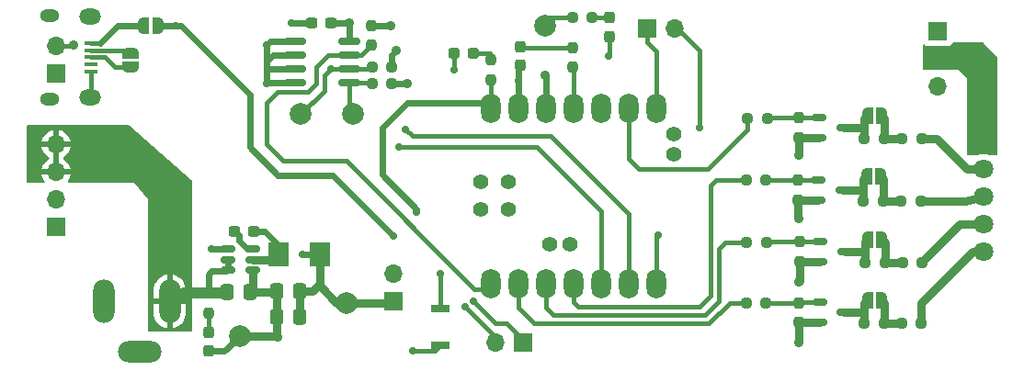
<source format=gbr>
%TF.GenerationSoftware,KiCad,Pcbnew,7.0.2*%
%TF.CreationDate,2023-04-22T18:48:37+01:00*%
%TF.ProjectId,zigbee-led-controller,7a696762-6565-42d6-9c65-642d636f6e74,1*%
%TF.SameCoordinates,Original*%
%TF.FileFunction,Copper,L1,Top*%
%TF.FilePolarity,Positive*%
%FSLAX46Y46*%
G04 Gerber Fmt 4.6, Leading zero omitted, Abs format (unit mm)*
G04 Created by KiCad (PCBNEW 7.0.2) date 2023-04-22 18:48:37*
%MOMM*%
%LPD*%
G01*
G04 APERTURE LIST*
G04 Aperture macros list*
%AMRoundRect*
0 Rectangle with rounded corners*
0 $1 Rounding radius*
0 $2 $3 $4 $5 $6 $7 $8 $9 X,Y pos of 4 corners*
0 Add a 4 corners polygon primitive as box body*
4,1,4,$2,$3,$4,$5,$6,$7,$8,$9,$2,$3,0*
0 Add four circle primitives for the rounded corners*
1,1,$1+$1,$2,$3*
1,1,$1+$1,$4,$5*
1,1,$1+$1,$6,$7*
1,1,$1+$1,$8,$9*
0 Add four rect primitives between the rounded corners*
20,1,$1+$1,$2,$3,$4,$5,0*
20,1,$1+$1,$4,$5,$6,$7,0*
20,1,$1+$1,$6,$7,$8,$9,0*
20,1,$1+$1,$8,$9,$2,$3,0*%
%AMFreePoly0*
4,1,19,0.500000,-0.750000,0.000000,-0.750000,0.000000,-0.744911,-0.071157,-0.744911,-0.207708,-0.704816,-0.327430,-0.627875,-0.420627,-0.520320,-0.479746,-0.390866,-0.500000,-0.250000,-0.500000,0.250000,-0.479746,0.390866,-0.420627,0.520320,-0.327430,0.627875,-0.207708,0.704816,-0.071157,0.744911,0.000000,0.744911,0.000000,0.750000,0.500000,0.750000,0.500000,-0.750000,0.500000,-0.750000,
$1*%
%AMFreePoly1*
4,1,19,0.000000,0.744911,0.071157,0.744911,0.207708,0.704816,0.327430,0.627875,0.420627,0.520320,0.479746,0.390866,0.500000,0.250000,0.500000,-0.250000,0.479746,-0.390866,0.420627,-0.520320,0.327430,-0.627875,0.207708,-0.704816,0.071157,-0.744911,0.000000,-0.744911,0.000000,-0.750000,-0.500000,-0.750000,-0.500000,0.750000,0.000000,0.750000,0.000000,0.744911,0.000000,0.744911,
$1*%
G04 Aperture macros list end*
%TA.AperFunction,SMDPad,CuDef*%
%ADD10FreePoly0,0.000000*%
%TD*%
%TA.AperFunction,SMDPad,CuDef*%
%ADD11FreePoly1,0.000000*%
%TD*%
%TA.AperFunction,SMDPad,CuDef*%
%ADD12RoundRect,0.237500X-0.287500X-0.237500X0.287500X-0.237500X0.287500X0.237500X-0.287500X0.237500X0*%
%TD*%
%TA.AperFunction,ComponentPad*%
%ADD13R,1.700000X1.700000*%
%TD*%
%TA.AperFunction,ComponentPad*%
%ADD14O,1.700000X1.700000*%
%TD*%
%TA.AperFunction,SMDPad,CuDef*%
%ADD15R,1.854500X2.286000*%
%TD*%
%TA.AperFunction,SMDPad,CuDef*%
%ADD16R,1.700000X0.800000*%
%TD*%
%TA.AperFunction,SMDPad,CuDef*%
%ADD17RoundRect,0.237500X0.250000X0.237500X-0.250000X0.237500X-0.250000X-0.237500X0.250000X-0.237500X0*%
%TD*%
%TA.AperFunction,SMDPad,CuDef*%
%ADD18RoundRect,0.150000X-0.825000X-0.150000X0.825000X-0.150000X0.825000X0.150000X-0.825000X0.150000X0*%
%TD*%
%TA.AperFunction,ComponentPad*%
%ADD19C,2.000000*%
%TD*%
%TA.AperFunction,SMDPad,CuDef*%
%ADD20RoundRect,0.237500X0.237500X-0.250000X0.237500X0.250000X-0.237500X0.250000X-0.237500X-0.250000X0*%
%TD*%
%TA.AperFunction,SMDPad,CuDef*%
%ADD21RoundRect,0.237500X-0.237500X0.250000X-0.237500X-0.250000X0.237500X-0.250000X0.237500X0.250000X0*%
%TD*%
%TA.AperFunction,SMDPad,CuDef*%
%ADD22R,1.300000X0.450000*%
%TD*%
%TA.AperFunction,ComponentPad*%
%ADD23O,1.800000X1.150000*%
%TD*%
%TA.AperFunction,ComponentPad*%
%ADD24O,2.000000X1.450000*%
%TD*%
%TA.AperFunction,SMDPad,CuDef*%
%ADD25RoundRect,0.237500X0.237500X-0.287500X0.237500X0.287500X-0.237500X0.287500X-0.237500X-0.287500X0*%
%TD*%
%TA.AperFunction,SMDPad,CuDef*%
%ADD26RoundRect,0.150000X-0.512500X-0.150000X0.512500X-0.150000X0.512500X0.150000X-0.512500X0.150000X0*%
%TD*%
%TA.AperFunction,SMDPad,CuDef*%
%ADD27RoundRect,0.237500X0.300000X0.237500X-0.300000X0.237500X-0.300000X-0.237500X0.300000X-0.237500X0*%
%TD*%
%TA.AperFunction,ComponentPad*%
%ADD28R,1.800000X1.800000*%
%TD*%
%TA.AperFunction,ComponentPad*%
%ADD29C,1.800000*%
%TD*%
%TA.AperFunction,SMDPad,CuDef*%
%ADD30RoundRect,0.250000X0.337500X0.475000X-0.337500X0.475000X-0.337500X-0.475000X0.337500X-0.475000X0*%
%TD*%
%TA.AperFunction,SMDPad,CuDef*%
%ADD31RoundRect,0.250000X-0.337500X-0.475000X0.337500X-0.475000X0.337500X0.475000X-0.337500X0.475000X0*%
%TD*%
%TA.AperFunction,SMDPad,CuDef*%
%ADD32FreePoly0,270.000000*%
%TD*%
%TA.AperFunction,SMDPad,CuDef*%
%ADD33FreePoly1,270.000000*%
%TD*%
%TA.AperFunction,SMDPad,CuDef*%
%ADD34O,1.800000X2.750000*%
%TD*%
%TA.AperFunction,ComponentPad*%
%ADD35C,1.397000*%
%TD*%
%TA.AperFunction,ComponentPad*%
%ADD36O,2.000000X4.000000*%
%TD*%
%TA.AperFunction,ComponentPad*%
%ADD37O,4.000000X2.000000*%
%TD*%
%TA.AperFunction,SMDPad,CuDef*%
%ADD38RoundRect,0.237500X-0.250000X-0.237500X0.250000X-0.237500X0.250000X0.237500X-0.250000X0.237500X0*%
%TD*%
%TA.AperFunction,ViaPad*%
%ADD39C,0.900000*%
%TD*%
%TA.AperFunction,ViaPad*%
%ADD40C,0.700000*%
%TD*%
%TA.AperFunction,Conductor*%
%ADD41C,0.400000*%
%TD*%
%TA.AperFunction,Conductor*%
%ADD42C,0.600000*%
%TD*%
%TA.AperFunction,Conductor*%
%ADD43C,0.800000*%
%TD*%
%TA.AperFunction,Conductor*%
%ADD44C,1.000000*%
%TD*%
G04 APERTURE END LIST*
D10*
%TO.P,JP3,1,A*%
%TO.N,Net-(JP3-A)*%
X113509100Y-43815000D03*
D11*
%TO.P,JP3,2,B*%
%TO.N,Net-(JP3-B)*%
X114809100Y-43815000D03*
%TD*%
D12*
%TO.P,D3,1,K*%
%TO.N,GND*%
X75453100Y-38100000D03*
%TO.P,D3,2,A*%
%TO.N,Net-(D3-A)*%
X77203100Y-38100000D03*
%TD*%
D13*
%TO.P,JP2,1,A*%
%TO.N,+12V*%
X120016100Y-36068000D03*
D14*
%TO.P,JP2,2,C*%
%TO.N,/V_LED*%
X120016100Y-38608000D03*
%TO.P,JP2,3,B*%
%TO.N,+5V*%
X120016100Y-41148000D03*
%TD*%
D15*
%TO.P,L1,1,1*%
%TO.N,Net-(U3-SW)*%
X59296350Y-56642000D03*
%TO.P,L1,2,2*%
%TO.N,+5VD*%
X63080850Y-56642000D03*
%TD*%
D16*
%TO.P,RST,1*%
%TO.N,/RESETn*%
X74168000Y-61624000D03*
%TO.P,RST,2*%
%TO.N,GND*%
X74168000Y-65024000D03*
%TD*%
D17*
%TO.P,R14,1*%
%TO.N,Net-(Q2-G)*%
X104188100Y-49784000D03*
%TO.P,R14,2*%
%TO.N,/G_LED_d*%
X102363100Y-49784000D03*
%TD*%
D18*
%TO.P,U1,1,A0*%
%TO.N,GND*%
X60813600Y-36957000D03*
%TO.P,U1,2,A1*%
X60813600Y-38227000D03*
%TO.P,U1,3,A2*%
X60813600Y-39497000D03*
%TO.P,U1,4,GND*%
X60813600Y-40767000D03*
%TO.P,U1,5,SDA*%
%TO.N,/SDA*%
X65763600Y-40767000D03*
%TO.P,U1,6,SCL*%
%TO.N,/SCL*%
X65763600Y-39497000D03*
%TO.P,U1,7,WP*%
%TO.N,/WP*%
X65763600Y-38227000D03*
%TO.P,U1,8,VCC*%
%TO.N,+3V3*%
X65763600Y-36957000D03*
%TD*%
D19*
%TO.P,SCL,1,1*%
%TO.N,/SCL*%
X61342100Y-43688000D03*
%TD*%
D17*
%TO.P,R7,1*%
%TO.N,Net-(JP4-B)*%
X114983100Y-51689000D03*
%TO.P,R7,2*%
%TO.N,Net-(JP4-A)*%
X113158100Y-51689000D03*
%TD*%
D19*
%TO.P,SDA,1,1*%
%TO.N,/SDA*%
X66144600Y-43688000D03*
%TD*%
D20*
%TO.P,R20,1*%
%TO.N,GND*%
X107189100Y-62912000D03*
%TO.P,R20,2*%
%TO.N,Net-(Q4-G)*%
X107189100Y-61087000D03*
%TD*%
D13*
%TO.P,J2,1,Pin_1*%
%TO.N,/RX*%
X93218000Y-35814000D03*
D14*
%TO.P,J2,2,Pin_2*%
%TO.N,/TX*%
X95758000Y-35814000D03*
%TD*%
D21*
%TO.P,R4,1*%
%TO.N,Net-(D1-A)*%
X86361100Y-37532250D03*
%TO.P,R4,2*%
%TO.N,/LED_1*%
X86361100Y-39357250D03*
%TD*%
D10*
%TO.P,JP5,1,A*%
%TO.N,Net-(JP5-A)*%
X113532600Y-55245000D03*
D11*
%TO.P,JP5,2,B*%
%TO.N,Net-(JP5-B)*%
X114832600Y-55245000D03*
%TD*%
D22*
%TO.P,J6,1,VBUS*%
%TO.N,Net-(J6-VBUS)*%
X42008100Y-37156000D03*
%TO.P,J6,2,D-*%
%TO.N,Net-(J6-D-)*%
X42008100Y-37806000D03*
%TO.P,J6,3,D+*%
%TO.N,Net-(J6-D+)*%
X42008100Y-38456000D03*
%TO.P,J6,4,ID*%
%TO.N,unconnected-(J6-ID-Pad4)*%
X42008100Y-39106000D03*
%TO.P,J6,5,GND*%
%TO.N,GND*%
X42008100Y-39756000D03*
D23*
%TO.P,J6,6,Shield*%
X38158100Y-34581000D03*
D24*
X41958100Y-34731000D03*
X41958100Y-42181000D03*
D23*
X38158100Y-42331000D03*
%TD*%
D17*
%TO.P,R3,1*%
%TO.N,+3V3*%
X69724100Y-39370000D03*
%TO.P,R3,2*%
%TO.N,/SCL*%
X67899100Y-39370000D03*
%TD*%
%TO.P,R10,1*%
%TO.N,Net-(J4-Pin_4)*%
X118562600Y-57404000D03*
%TO.P,R10,2*%
%TO.N,Net-(JP5-B)*%
X116737600Y-57404000D03*
%TD*%
D20*
%TO.P,R19,1*%
%TO.N,GND*%
X107259600Y-57300500D03*
%TO.P,R19,2*%
%TO.N,Net-(Q3-G)*%
X107259600Y-55475500D03*
%TD*%
D25*
%TO.P,D1,1,K*%
%TO.N,GND*%
X81535100Y-39216250D03*
%TO.P,D1,2,A*%
%TO.N,Net-(D1-A)*%
X81535100Y-37466250D03*
%TD*%
D13*
%TO.P,J3,1,Pin_1*%
%TO.N,GND*%
X38793100Y-54092000D03*
D14*
%TO.P,J3,2,Pin_2*%
X38793100Y-51552000D03*
%TO.P,J3,3,Pin_3*%
%TO.N,+12V*%
X38793100Y-49012000D03*
%TO.P,J3,4,Pin_4*%
X38793100Y-46472000D03*
%TD*%
D26*
%TO.P,Q3,1,G*%
%TO.N,Net-(Q3-G)*%
X109175600Y-55438000D03*
%TO.P,Q3,2,S*%
%TO.N,GND*%
X109175600Y-57338000D03*
%TO.P,Q3,3,D*%
%TO.N,Net-(JP5-A)*%
X111450600Y-56388000D03*
%TD*%
D17*
%TO.P,R11,1*%
%TO.N,Net-(JP6-B)*%
X115063100Y-62992000D03*
%TO.P,R11,2*%
%TO.N,Net-(JP6-A)*%
X113238100Y-62992000D03*
%TD*%
D27*
%TO.P,C2,1*%
%TO.N,Net-(U3-SW)*%
X56971100Y-54483000D03*
%TO.P,C2,2*%
%TO.N,Net-(U3-BST)*%
X55246100Y-54483000D03*
%TD*%
D28*
%TO.P,J4,1,Pin_1*%
%TO.N,/V_LED*%
X124206000Y-46228000D03*
D29*
%TO.P,J4,2,Pin_2*%
%TO.N,Net-(J4-Pin_2)*%
X124206000Y-48768000D03*
%TO.P,J4,3,Pin_3*%
%TO.N,Net-(J4-Pin_3)*%
X124206000Y-51308000D03*
%TO.P,J4,4,Pin_4*%
%TO.N,Net-(J4-Pin_4)*%
X124206000Y-53848000D03*
%TO.P,J4,5,Pin_5*%
%TO.N,Net-(J4-Pin_5)*%
X124206000Y-56388000D03*
%TD*%
D19*
%TO.P,GND,1,1*%
%TO.N,GND*%
X55727600Y-64135000D03*
%TD*%
D30*
%TO.P,C4,1*%
%TO.N,+5VD*%
X61188600Y-60037000D03*
%TO.P,C4,2*%
%TO.N,GND*%
X59113600Y-60037000D03*
%TD*%
D13*
%TO.P,JP1,1,A*%
%TO.N,+5VD*%
X69824600Y-60960000D03*
D14*
%TO.P,JP1,2,B*%
%TO.N,+5V*%
X69824600Y-58420000D03*
%TD*%
D25*
%TO.P,D2,1,K*%
%TO.N,GND*%
X52806600Y-65541500D03*
%TO.P,D2,2,A*%
%TO.N,Net-(D2-A)*%
X52806600Y-63791500D03*
%TD*%
D26*
%TO.P,Q2,1,G*%
%TO.N,Net-(Q2-G)*%
X109001600Y-49723000D03*
%TO.P,Q2,2,S*%
%TO.N,GND*%
X109001600Y-51623000D03*
%TO.P,Q2,3,D*%
%TO.N,Net-(JP4-A)*%
X111276600Y-50673000D03*
%TD*%
D10*
%TO.P,JP4,1,A*%
%TO.N,Net-(JP4-A)*%
X113435600Y-49403000D03*
D11*
%TO.P,JP4,2,B*%
%TO.N,Net-(JP4-B)*%
X114735600Y-49403000D03*
%TD*%
D19*
%TO.P,3v3,1,1*%
%TO.N,+3V3*%
X83820000Y-35560000D03*
%TD*%
D13*
%TO.P,J1,1,Pin_1*%
%TO.N,/SWDIO*%
X81793000Y-64770000D03*
D14*
%TO.P,J1,2,Pin_2*%
%TO.N,/SWCLK*%
X79253000Y-64770000D03*
%TD*%
D26*
%TO.P,Q1,1,G*%
%TO.N,Net-(Q1-G)*%
X109084600Y-44008000D03*
%TO.P,Q1,2,S*%
%TO.N,GND*%
X109084600Y-45908000D03*
%TO.P,Q1,3,D*%
%TO.N,Net-(JP3-A)*%
X111359600Y-44958000D03*
%TD*%
D31*
%TO.P,C5,1*%
%TO.N,+12V*%
X54563100Y-60071000D03*
%TO.P,C5,2*%
%TO.N,GND*%
X56638100Y-60071000D03*
%TD*%
D17*
%TO.P,R5,1*%
%TO.N,Net-(JP3-B)*%
X115071600Y-45974000D03*
%TO.P,R5,2*%
%TO.N,Net-(JP3-A)*%
X113246600Y-45974000D03*
%TD*%
%TO.P,R9,1*%
%TO.N,Net-(JP5-B)*%
X115133600Y-57404000D03*
%TO.P,R9,2*%
%TO.N,Net-(JP5-A)*%
X113308600Y-57404000D03*
%TD*%
D20*
%TO.P,R18,1*%
%TO.N,GND*%
X107085600Y-51609000D03*
%TO.P,R18,2*%
%TO.N,Net-(Q2-G)*%
X107085600Y-49784000D03*
%TD*%
D32*
%TO.P,JP7,1,A*%
%TO.N,Net-(J6-D-)*%
X45651100Y-38045000D03*
D33*
%TO.P,JP7,2,B*%
%TO.N,Net-(J6-D+)*%
X45651100Y-39345000D03*
%TD*%
D17*
%TO.P,R15,1*%
%TO.N,Net-(Q3-G)*%
X104235100Y-55499000D03*
%TO.P,R15,2*%
%TO.N,/B_LED_d*%
X102410100Y-55499000D03*
%TD*%
%TO.P,R16,1*%
%TO.N,Net-(Q4-G)*%
X104164600Y-61087000D03*
%TO.P,R16,2*%
%TO.N,/W_LED_d*%
X102339600Y-61087000D03*
%TD*%
D20*
%TO.P,R22,1*%
%TO.N,+5V*%
X78868100Y-40536500D03*
%TO.P,R22,2*%
%TO.N,Net-(D3-A)*%
X78868100Y-38711500D03*
%TD*%
D34*
%TO.P,U2,1,A2/0.02_H*%
%TO.N,/WP*%
X78841513Y-59322600D03*
%TO.P,U2,2,A4/0.03_H*%
%TO.N,/W_LED_d*%
X81381513Y-59322600D03*
%TO.P,U2,3,A10/0.28*%
%TO.N,/B_LED_d*%
X83921513Y-59322600D03*
%TO.P,U2,4,A11/0.29*%
%TO.N,/G_LED_d*%
X86461513Y-59322600D03*
%TO.P,U2,5,A8_SDA/0.04_H*%
%TO.N,/SDA*%
X89001513Y-59322600D03*
%TO.P,U2,6,A9_SCL/0.05_H*%
%TO.N,/SCL*%
X91541513Y-59322600D03*
%TO.P,U2,7,B8_TX/1.11*%
%TO.N,/TX*%
X94081513Y-59322600D03*
%TO.P,U2,8,B9_RX/1.12*%
%TO.N,/RX*%
X94081513Y-43132680D03*
%TO.P,U2,9,A7_SCK/1.13*%
%TO.N,/R_LED_d*%
X91541513Y-43132680D03*
%TO.P,U2,10,A5_MISO/1.14*%
%TO.N,unconnected-(U2-A5_MISO{slash}1.14-Pad10)*%
X89001513Y-43132680D03*
%TO.P,U2,11,A6_MOSI/1.15*%
%TO.N,/LED_1*%
X86461513Y-43132680D03*
%TO.P,U2,12,3V3*%
%TO.N,+3V3*%
X83921513Y-43132680D03*
%TO.P,U2,13,GND*%
%TO.N,GND*%
X81381513Y-43132680D03*
%TO.P,U2,14,5V*%
%TO.N,+5V*%
X78841513Y-43132680D03*
D35*
%TO.P,U2,15,A31_SWDIO*%
%TO.N,/SWDIO*%
X77889513Y-52497640D03*
%TO.P,U2,16,A30_SWCLK*%
%TO.N,/SWCLK*%
X77889513Y-49957640D03*
%TO.P,U2,17,RESET*%
%TO.N,/RESETn*%
X80429513Y-52497640D03*
%TO.P,U2,18,GND*%
%TO.N,GND*%
X80429513Y-49957640D03*
%TO.P,U2,19,BAT*%
%TO.N,unconnected-(U2-BAT-Pad19)*%
X86144513Y-55672640D03*
%TO.P,U2,20,GND*%
%TO.N,GND*%
X84239513Y-55672640D03*
%TO.P,U2,21,NFC1/0.09_H*%
%TO.N,unconnected-(U2-NFC1{slash}0.09_H-Pad21)*%
X95669513Y-47417640D03*
%TO.P,U2,22,NFC2/0.10_H*%
%TO.N,unconnected-(U2-NFC2{slash}0.10_H-Pad22)*%
X95669513Y-45512640D03*
%TD*%
D10*
%TO.P,JP8,1,A*%
%TO.N,Net-(J6-VBUS)*%
X46848000Y-35560000D03*
D11*
%TO.P,JP8,2,B*%
%TO.N,+5V*%
X48148000Y-35560000D03*
%TD*%
D13*
%TO.P,J5,1,Pin_1*%
%TO.N,GND*%
X38793100Y-39920000D03*
D14*
%TO.P,J5,2,Pin_2*%
%TO.N,+5V*%
X38793100Y-37380000D03*
%TD*%
D26*
%TO.P,U3,1,FB*%
%TO.N,+5VD*%
X54595600Y-56139000D03*
%TO.P,U3,2,EN*%
%TO.N,+12V*%
X54595600Y-57089000D03*
%TO.P,U3,3,IN*%
X54595600Y-58039000D03*
%TO.P,U3,4,GND*%
%TO.N,GND*%
X56870600Y-58039000D03*
%TO.P,U3,5,SW*%
%TO.N,Net-(U3-SW)*%
X56870600Y-57089000D03*
%TO.P,U3,6,BST*%
%TO.N,Net-(U3-BST)*%
X56870600Y-56139000D03*
%TD*%
D17*
%TO.P,R13,1*%
%TO.N,Net-(Q1-G)*%
X104276600Y-44069000D03*
%TO.P,R13,2*%
%TO.N,/R_LED_d*%
X102451600Y-44069000D03*
%TD*%
D21*
%TO.P,R1,1*%
%TO.N,+3V3*%
X67795600Y-35513000D03*
%TO.P,R1,2*%
%TO.N,/WP*%
X67795600Y-37338000D03*
%TD*%
%TO.P,R21,1*%
%TO.N,+12V*%
X52806600Y-60198000D03*
%TO.P,R21,2*%
%TO.N,Net-(D2-A)*%
X52806600Y-62023000D03*
%TD*%
D30*
%TO.P,C3,1*%
%TO.N,+5VD*%
X61188600Y-62357000D03*
%TO.P,C3,2*%
%TO.N,GND*%
X59113600Y-62357000D03*
%TD*%
D27*
%TO.P,C1,1*%
%TO.N,+3V3*%
X64086100Y-35306000D03*
%TO.P,C1,2*%
%TO.N,GND*%
X62361100Y-35306000D03*
%TD*%
D25*
%TO.P,D4,1,K*%
%TO.N,GND*%
X89790100Y-36548000D03*
%TO.P,D4,2,A*%
%TO.N,Net-(D4-A)*%
X89790100Y-34798000D03*
%TD*%
D17*
%TO.P,R8,1*%
%TO.N,Net-(J4-Pin_3)*%
X118435600Y-51689000D03*
%TO.P,R8,2*%
%TO.N,Net-(JP4-B)*%
X116610600Y-51689000D03*
%TD*%
D10*
%TO.P,JP6,1,A*%
%TO.N,Net-(JP6-A)*%
X113515600Y-60833000D03*
D11*
%TO.P,JP6,2,B*%
%TO.N,Net-(JP6-B)*%
X114815600Y-60833000D03*
%TD*%
D36*
%TO.P,J7,1*%
%TO.N,+12V*%
X49254600Y-60960000D03*
D37*
%TO.P,J7,2*%
%TO.N,GND*%
X46454600Y-65560000D03*
D36*
%TO.P,J7,3*%
%TO.N,unconnected-(J7-Pad3)*%
X43154600Y-60960000D03*
%TD*%
D19*
%TO.P,5V,1,1*%
%TO.N,+5VD*%
X65506600Y-61087000D03*
%TD*%
D20*
%TO.P,R17,1*%
%TO.N,GND*%
X107174100Y-45870500D03*
%TO.P,R17,2*%
%TO.N,Net-(Q1-G)*%
X107174100Y-44045500D03*
%TD*%
D38*
%TO.P,R23,1*%
%TO.N,+3V3*%
X86337600Y-34798000D03*
%TO.P,R23,2*%
%TO.N,Net-(D4-A)*%
X88162600Y-34798000D03*
%TD*%
D17*
%TO.P,R12,1*%
%TO.N,Net-(J4-Pin_5)*%
X118492100Y-62992000D03*
%TO.P,R12,2*%
%TO.N,Net-(JP6-B)*%
X116667100Y-62992000D03*
%TD*%
D26*
%TO.P,Q4,1,G*%
%TO.N,Net-(Q4-G)*%
X109105100Y-61026000D03*
%TO.P,Q4,2,S*%
%TO.N,GND*%
X109105100Y-62926000D03*
%TO.P,Q4,3,D*%
%TO.N,Net-(JP6-A)*%
X111380100Y-61976000D03*
%TD*%
D17*
%TO.P,R2,1*%
%TO.N,+3V3*%
X69724100Y-40894000D03*
%TO.P,R2,2*%
%TO.N,/SDA*%
X67899100Y-40894000D03*
%TD*%
%TO.P,R6,1*%
%TO.N,Net-(J4-Pin_2)*%
X118524100Y-45974000D03*
%TO.P,R6,2*%
%TO.N,Net-(JP3-B)*%
X116699100Y-45974000D03*
%TD*%
D39*
%TO.N,+3V3*%
X69596000Y-35560000D03*
X83820000Y-40132000D03*
X65786000Y-35306000D03*
X71120000Y-40894000D03*
X70104000Y-37846000D03*
D40*
%TO.N,GND*%
X89662000Y-38354000D03*
D39*
X107188000Y-53340000D03*
D40*
X71628000Y-65532000D03*
D39*
X107188000Y-59182000D03*
X59182000Y-64262000D03*
D40*
X81381513Y-40640000D03*
X58166000Y-40894000D03*
X58166000Y-37338000D03*
D39*
X107188000Y-47498000D03*
D40*
X60452000Y-35306000D03*
D39*
X107188000Y-64770000D03*
D40*
X58166000Y-37338000D03*
X75438000Y-39624000D03*
%TO.N,+5VD*%
X53086000Y-56134000D03*
X61468000Y-56642000D03*
%TO.N,/SWDIO*%
X77216000Y-60960000D03*
%TO.N,/SWCLK*%
X76454000Y-61468000D03*
%TO.N,/TX*%
X94234000Y-54864000D03*
X98044000Y-44958000D03*
%TO.N,+5V*%
X72009000Y-52705000D03*
X69824600Y-54889400D03*
D39*
X40386000Y-37338000D03*
D40*
X49784000Y-35560000D03*
%TO.N,/SDA*%
X70358000Y-46736000D03*
X70358000Y-46736000D03*
%TO.N,/SCL*%
X64135000Y-39497000D03*
X70993000Y-45085000D03*
%TO.N,/RESETn*%
X74168000Y-58420000D03*
%TD*%
D41*
%TO.N,+3V3*%
X83921513Y-40233513D02*
X83820000Y-40132000D01*
D42*
X64086100Y-35306000D02*
X65786000Y-35306000D01*
D41*
X86337600Y-34798000D02*
X83833850Y-34798000D01*
D42*
X69724100Y-40894000D02*
X71120000Y-40894000D01*
X65763600Y-36957000D02*
X65763600Y-35328400D01*
X69724100Y-39370000D02*
X69724100Y-38225900D01*
D41*
X83833850Y-34798000D02*
X83821100Y-34785250D01*
X83921513Y-42657680D02*
X83821100Y-42557267D01*
D42*
X65763600Y-35328400D02*
X65786000Y-35306000D01*
X83921513Y-42657680D02*
X83921513Y-40233513D01*
X69549000Y-35513000D02*
X69596000Y-35560000D01*
X69724100Y-38225900D02*
X70104000Y-37846000D01*
X67795600Y-35513000D02*
X69549000Y-35513000D01*
D41*
%TO.N,GND*%
X73660000Y-65532000D02*
X74168000Y-65024000D01*
D42*
X54321100Y-65541500D02*
X55727600Y-64135000D01*
X59113600Y-64193600D02*
X59182000Y-64262000D01*
X56870600Y-59838500D02*
X56638100Y-60071000D01*
D43*
X107259600Y-57300500D02*
X107259600Y-59110400D01*
X56638100Y-60071000D02*
X59079600Y-60071000D01*
D41*
X42008100Y-39756000D02*
X42008100Y-42131000D01*
D43*
X107174100Y-45870500D02*
X107174100Y-47484100D01*
X56870600Y-58039000D02*
X56870600Y-59838500D01*
D42*
X58293000Y-40767000D02*
X58166000Y-40894000D01*
X58293000Y-39497000D02*
X58166000Y-39370000D01*
D43*
X109105100Y-62926000D02*
X107203100Y-62926000D01*
X107297100Y-57338000D02*
X107259600Y-57300500D01*
D42*
X60813600Y-36957000D02*
X58547000Y-36957000D01*
D41*
X41808100Y-34581000D02*
X41958100Y-34731000D01*
D42*
X58166000Y-40894000D02*
X58166000Y-39624000D01*
D43*
X55727600Y-64135000D02*
X59055000Y-64135000D01*
X59113600Y-62357000D02*
X59113600Y-64193600D01*
D42*
X62361100Y-35306000D02*
X62361100Y-35409500D01*
X81381513Y-39369837D02*
X81535100Y-39216250D01*
X52806600Y-65541500D02*
X54321100Y-65541500D01*
X59079600Y-60071000D02*
X59113600Y-60037000D01*
X62361100Y-35306000D02*
X60452000Y-35306000D01*
X60813600Y-40767000D02*
X58293000Y-40767000D01*
D43*
X107259600Y-59110400D02*
X107188000Y-59182000D01*
X107189100Y-64768900D02*
X107188000Y-64770000D01*
D41*
X89790100Y-38225900D02*
X89662000Y-38354000D01*
D43*
X107085600Y-51609000D02*
X107085600Y-53237600D01*
D42*
X60813600Y-38227000D02*
X58801000Y-38227000D01*
D43*
X109084600Y-45908000D02*
X107211600Y-45908000D01*
D41*
X75453100Y-39608900D02*
X75438000Y-39624000D01*
D43*
X107174100Y-47484100D02*
X107188000Y-47498000D01*
D42*
X58166000Y-38862000D02*
X58166000Y-39370000D01*
D41*
X38308100Y-42181000D02*
X38158100Y-42331000D01*
X89790100Y-36548000D02*
X89790100Y-38225900D01*
D43*
X107085600Y-51609000D02*
X108987600Y-51609000D01*
X109175600Y-57338000D02*
X107297100Y-57338000D01*
D41*
X75453100Y-38100000D02*
X75453100Y-39608900D01*
X42008100Y-42131000D02*
X41958100Y-42181000D01*
D43*
X107189100Y-62912000D02*
X107189100Y-64768900D01*
X59113600Y-62357000D02*
X59113600Y-60037000D01*
X107203100Y-62926000D02*
X107189100Y-62912000D01*
X107085600Y-53237600D02*
X107188000Y-53340000D01*
D42*
X58166000Y-37338000D02*
X58166000Y-39624000D01*
D43*
X108987600Y-51609000D02*
X109001600Y-51623000D01*
D41*
X71628000Y-65532000D02*
X73660000Y-65532000D01*
D43*
X107211600Y-45908000D02*
X107174100Y-45870500D01*
D42*
X59055000Y-64135000D02*
X59182000Y-64262000D01*
X60813600Y-39497000D02*
X58293000Y-39497000D01*
X58166000Y-39624000D02*
X58166000Y-39370000D01*
X58801000Y-38227000D02*
X58166000Y-38862000D01*
X58547000Y-36957000D02*
X58166000Y-37338000D01*
X81381513Y-42657680D02*
X81381513Y-39369837D01*
D41*
%TO.N,Net-(U3-SW)*%
X59296350Y-55740350D02*
X59296350Y-56642000D01*
D43*
X56870600Y-57089000D02*
X58849350Y-57089000D01*
D42*
X56971100Y-54483000D02*
X58039000Y-54483000D01*
X58039000Y-54483000D02*
X59296350Y-55740350D01*
X58849350Y-57089000D02*
X59296350Y-56642000D01*
%TO.N,Net-(U3-BST)*%
X55626000Y-54862900D02*
X55246100Y-54483000D01*
D41*
X56870600Y-56139000D02*
X56393000Y-56139000D01*
D42*
X55626000Y-55372000D02*
X55626000Y-54862900D01*
X56393000Y-56139000D02*
X55626000Y-55372000D01*
D43*
%TO.N,+5VD*%
X63080850Y-56642000D02*
X63080850Y-59347150D01*
D41*
X53091000Y-56139000D02*
X53086000Y-56134000D01*
D42*
X54595600Y-56139000D02*
X53091000Y-56139000D01*
X69697600Y-61087000D02*
X69824600Y-60960000D01*
D43*
X63080850Y-56642000D02*
X63080850Y-59524850D01*
X61188600Y-60037000D02*
X61188600Y-62357000D01*
X63080850Y-59524850D02*
X64643000Y-61087000D01*
X65506600Y-61087000D02*
X69697600Y-61087000D01*
D42*
X63080850Y-56642000D02*
X61468000Y-56642000D01*
D43*
X64643000Y-61087000D02*
X65506600Y-61087000D01*
X62391000Y-60037000D02*
X61188600Y-60037000D01*
X63080850Y-59347150D02*
X62391000Y-60037000D01*
D42*
%TO.N,+12V*%
X53086000Y-58166000D02*
X54468600Y-58166000D01*
D44*
X50546000Y-60198000D02*
X52806600Y-60198000D01*
D42*
X54595600Y-58039000D02*
X54595600Y-57089000D01*
D44*
X49254600Y-60960000D02*
X49784000Y-60960000D01*
X52806600Y-60198000D02*
X54436100Y-60198000D01*
D42*
X52806600Y-60198000D02*
X52806600Y-58445400D01*
X52806600Y-58445400D02*
X53086000Y-58166000D01*
D44*
X49784000Y-60960000D02*
X50546000Y-60198000D01*
X54436100Y-60198000D02*
X54563100Y-60071000D01*
D41*
%TO.N,Net-(D1-A)*%
X81601100Y-37532250D02*
X81535100Y-37466250D01*
X86361100Y-37532250D02*
X81601100Y-37532250D01*
%TO.N,Net-(D2-A)*%
X52806600Y-62023000D02*
X52806600Y-63791500D01*
%TO.N,Net-(D3-A)*%
X78868100Y-38711500D02*
X78868100Y-38228100D01*
X78740000Y-38100000D02*
X77203100Y-38100000D01*
X78868100Y-38228100D02*
X78740000Y-38100000D01*
%TO.N,Net-(D4-A)*%
X88162600Y-34798000D02*
X89790100Y-34798000D01*
%TO.N,/SWDIO*%
X79248000Y-62992000D02*
X77216000Y-60960000D01*
X81793000Y-64770000D02*
X81793000Y-64521000D01*
X81793000Y-64521000D02*
X80264000Y-62992000D01*
X80264000Y-62992000D02*
X79248000Y-62992000D01*
%TO.N,/SWCLK*%
X79253000Y-64267000D02*
X76454000Y-61468000D01*
X79253000Y-64770000D02*
X79253000Y-64267000D01*
%TO.N,/RX*%
X94081513Y-42657680D02*
X94081513Y-37947513D01*
X93218000Y-37084000D02*
X93218000Y-35814000D01*
X94081513Y-37947513D02*
X93218000Y-37084000D01*
%TO.N,/TX*%
X94081513Y-59797600D02*
X94081513Y-55016487D01*
X96012000Y-35814000D02*
X95758000Y-35814000D01*
X98044000Y-44958000D02*
X98044000Y-37846000D01*
X94081513Y-55016487D02*
X94234000Y-54864000D01*
X98044000Y-37846000D02*
X96012000Y-35814000D01*
D43*
%TO.N,Net-(J4-Pin_2)*%
X119888000Y-45974000D02*
X122682000Y-48768000D01*
X122682000Y-48768000D02*
X124206000Y-48768000D01*
X118524100Y-45974000D02*
X119888000Y-45974000D01*
%TO.N,Net-(J4-Pin_3)*%
X122555000Y-51689000D02*
X124206000Y-51308000D01*
X118435600Y-51689000D02*
X122555000Y-51689000D01*
D42*
%TO.N,+5V*%
X72009000Y-52451000D02*
X72009000Y-52705000D01*
X71134320Y-42657680D02*
X68834000Y-44958000D01*
D41*
X78841513Y-40563087D02*
X78868100Y-40536500D01*
D42*
X69824600Y-54889400D02*
X64236600Y-49301400D01*
X56642000Y-46736000D02*
X56642000Y-41910000D01*
X68834000Y-44958000D02*
X68834000Y-49276000D01*
X56642000Y-41910000D02*
X50292000Y-35560000D01*
X78841513Y-42657680D02*
X71134320Y-42657680D01*
X48148000Y-35560000D02*
X49784000Y-35560000D01*
D41*
X38793100Y-37380000D02*
X40344000Y-37380000D01*
D42*
X64236600Y-49301400D02*
X59207400Y-49301400D01*
X50292000Y-35560000D02*
X49784000Y-35560000D01*
X68834000Y-49276000D02*
X72009000Y-52451000D01*
X59207400Y-49301400D02*
X56642000Y-46736000D01*
X40344000Y-37380000D02*
X40386000Y-37338000D01*
D41*
X78841513Y-42657680D02*
X78841513Y-40563087D01*
D42*
%TO.N,Net-(J6-VBUS)*%
X42854000Y-37156000D02*
X44450000Y-35560000D01*
D41*
X42008100Y-37156000D02*
X42854000Y-37156000D01*
D42*
X46848000Y-35560000D02*
X44450000Y-35560000D01*
D41*
%TO.N,Net-(J6-D-)*%
X45412100Y-37806000D02*
X42008100Y-37806000D01*
X45651100Y-38045000D02*
X45412100Y-37806000D01*
%TO.N,Net-(J6-D+)*%
X44171000Y-39345000D02*
X43282000Y-38456000D01*
X45651100Y-39345000D02*
X44171000Y-39345000D01*
X43282000Y-38456000D02*
X42008100Y-38456000D01*
D43*
%TO.N,Net-(JP3-A)*%
X111359600Y-44958000D02*
X113246600Y-44958000D01*
X113246600Y-44958000D02*
X113246600Y-44077500D01*
X113246600Y-44077500D02*
X113509100Y-43815000D01*
X113246600Y-45974000D02*
X113246600Y-44958000D01*
%TO.N,Net-(JP3-B)*%
X115071600Y-45974000D02*
X115071600Y-44077500D01*
X115071600Y-44077500D02*
X114809100Y-43815000D01*
X116699100Y-45974000D02*
X115071600Y-45974000D01*
%TO.N,Net-(JP4-A)*%
X113158100Y-49680500D02*
X113435600Y-49403000D01*
X111276600Y-50673000D02*
X113031100Y-50673000D01*
X113031100Y-50673000D02*
X113158100Y-50546000D01*
X113158100Y-50546000D02*
X113158100Y-49680500D01*
X113158100Y-51689000D02*
X113158100Y-50546000D01*
%TO.N,Net-(JP4-B)*%
X114983100Y-49650500D02*
X114735600Y-49403000D01*
X116610600Y-51689000D02*
X114983100Y-51689000D01*
X114983100Y-51689000D02*
X114983100Y-49650500D01*
%TO.N,Net-(JP5-A)*%
X113308600Y-55469000D02*
X113532600Y-55245000D01*
X113308600Y-56388000D02*
X113308600Y-55469000D01*
X111450600Y-56388000D02*
X113308600Y-56388000D01*
X113308600Y-57404000D02*
X113308600Y-56388000D01*
%TO.N,Net-(JP5-B)*%
X116737600Y-57404000D02*
X115133600Y-57404000D01*
X115133600Y-57404000D02*
X115133600Y-55546000D01*
X115133600Y-55546000D02*
X114832600Y-55245000D01*
%TO.N,Net-(JP6-A)*%
X113238100Y-62992000D02*
X113238100Y-61976000D01*
X111380100Y-61976000D02*
X113238100Y-61976000D01*
X113238100Y-61110500D02*
X113515600Y-60833000D01*
X113238100Y-61976000D02*
X113238100Y-61110500D01*
%TO.N,Net-(JP6-B)*%
X116667100Y-62992000D02*
X115063100Y-62992000D01*
X115063100Y-61080500D02*
X114815600Y-60833000D01*
X115063100Y-62992000D02*
X115063100Y-61080500D01*
D41*
%TO.N,Net-(Q1-G)*%
X109084600Y-44008000D02*
X107211600Y-44008000D01*
X107211600Y-44008000D02*
X107174100Y-44045500D01*
X107174100Y-44045500D02*
X104300100Y-44045500D01*
X104300100Y-44045500D02*
X104276600Y-44069000D01*
%TO.N,Net-(Q2-G)*%
X107146600Y-49723000D02*
X107085600Y-49784000D01*
X109001600Y-49723000D02*
X107146600Y-49723000D01*
X107085600Y-49784000D02*
X104188100Y-49784000D01*
%TO.N,Net-(Q3-G)*%
X104258600Y-55475500D02*
X104235100Y-55499000D01*
X109138100Y-55475500D02*
X109175600Y-55438000D01*
X107259600Y-55475500D02*
X104258600Y-55475500D01*
X107259600Y-55475500D02*
X109138100Y-55475500D01*
%TO.N,Net-(Q4-G)*%
X109105100Y-61026000D02*
X107250100Y-61026000D01*
X107250100Y-61026000D02*
X107189100Y-61087000D01*
X104164600Y-61087000D02*
X107189100Y-61087000D01*
%TO.N,/WP*%
X58166000Y-46482000D02*
X58166000Y-42672000D01*
X65532000Y-48006000D02*
X59690000Y-48006000D01*
X77323600Y-59797600D02*
X65532000Y-48006000D01*
X65763600Y-38227000D02*
X66906600Y-38227000D01*
X78841513Y-60045513D02*
X78841513Y-59797600D01*
X66906600Y-38227000D02*
X67795600Y-37338000D01*
X63881000Y-38227000D02*
X65763600Y-38227000D01*
X59690000Y-48006000D02*
X58166000Y-46482000D01*
X59182000Y-41656000D02*
X61976000Y-41656000D01*
X58166000Y-42672000D02*
X59182000Y-41656000D01*
X77323600Y-59797600D02*
X78841513Y-59797600D01*
X62738000Y-40894000D02*
X62738000Y-39370000D01*
X61976000Y-41656000D02*
X62738000Y-40894000D01*
X62738000Y-39370000D02*
X63881000Y-38227000D01*
%TO.N,/SDA*%
X67772100Y-40767000D02*
X67899100Y-40894000D01*
X65763600Y-40767000D02*
X67772100Y-40767000D01*
X65763600Y-40767000D02*
X65763600Y-43307000D01*
X83058000Y-46736000D02*
X89001513Y-52679513D01*
X70358000Y-46736000D02*
X83058000Y-46736000D01*
X89001513Y-52679513D02*
X89001513Y-59797600D01*
X65763600Y-43307000D02*
X66144600Y-43688000D01*
%TO.N,/SCL*%
X63500000Y-40132000D02*
X63500000Y-41530100D01*
X65763600Y-39497000D02*
X64135000Y-39497000D01*
X65763600Y-39497000D02*
X67772100Y-39497000D01*
X91541513Y-52933513D02*
X91541513Y-59797600D01*
X64135000Y-39497000D02*
X63500000Y-40132000D01*
X84328000Y-45720000D02*
X91541513Y-52933513D01*
X71628000Y-45720000D02*
X84328000Y-45720000D01*
X70993000Y-45085000D02*
X71628000Y-45720000D01*
X67772100Y-39497000D02*
X67899100Y-39370000D01*
X63500000Y-41530100D02*
X61342100Y-43688000D01*
%TO.N,/LED_1*%
X86461513Y-39457663D02*
X86361100Y-39357250D01*
X86461513Y-42657680D02*
X86461513Y-39457663D01*
D43*
%TO.N,Net-(J4-Pin_4)*%
X118562600Y-57332400D02*
X122047000Y-53848000D01*
X118562600Y-57404000D02*
X118562600Y-57332400D01*
X122047000Y-53848000D02*
X124206000Y-53848000D01*
%TO.N,Net-(J4-Pin_5)*%
X118492100Y-62992000D02*
X118492100Y-61085900D01*
X123190000Y-56388000D02*
X124206000Y-56388000D01*
X118492100Y-61085900D02*
X123190000Y-56388000D01*
D41*
%TO.N,/R_LED_d*%
X98806000Y-48768000D02*
X92456000Y-48768000D01*
X102451600Y-44069000D02*
X102451600Y-45122400D01*
X102451600Y-45122400D02*
X98806000Y-48768000D01*
X91541513Y-47853513D02*
X91541513Y-42657680D01*
X102451600Y-44106400D02*
X102451600Y-44069000D01*
X91694000Y-42810167D02*
X91541513Y-42657680D01*
X92456000Y-48768000D02*
X91541513Y-47853513D01*
%TO.N,/G_LED_d*%
X98044000Y-61468000D02*
X99060000Y-60452000D01*
X99060000Y-50292000D02*
X99568000Y-49784000D01*
X99060000Y-60452000D02*
X99060000Y-50292000D01*
X86461513Y-59797600D02*
X86461513Y-61061513D01*
X86868000Y-61468000D02*
X98044000Y-61468000D01*
X99568000Y-49784000D02*
X102363100Y-49784000D01*
X86461513Y-61061513D02*
X86868000Y-61468000D01*
%TO.N,/B_LED_d*%
X99822000Y-56134000D02*
X100457000Y-55499000D01*
X83921513Y-59797600D02*
X83921513Y-61569513D01*
X84582000Y-62230000D02*
X98552000Y-62230000D01*
X83921513Y-61569513D02*
X84582000Y-62230000D01*
X98552000Y-62230000D02*
X99822000Y-60960000D01*
X100457000Y-55499000D02*
X102410100Y-55499000D01*
X99822000Y-60960000D02*
X99822000Y-56134000D01*
%TO.N,/W_LED_d*%
X81381513Y-61569513D02*
X82804000Y-62992000D01*
X81381513Y-59797600D02*
X81381513Y-58318487D01*
X98933000Y-62992000D02*
X100838000Y-61087000D01*
X81381513Y-61569513D02*
X81381513Y-59797600D01*
X82804000Y-62992000D02*
X98933000Y-62992000D01*
X100838000Y-61087000D02*
X102339600Y-61087000D01*
%TO.N,/RESETn*%
X74168000Y-61624000D02*
X74168000Y-58420000D01*
%TD*%
%TA.AperFunction,Conductor*%
%TO.N,+12V*%
G36*
X45437005Y-44711855D02*
G01*
X45482725Y-44728953D01*
X45520654Y-44751526D01*
X51249957Y-49733528D01*
X51281430Y-49775685D01*
X51296839Y-49809503D01*
X51308000Y-49860917D01*
X51308000Y-63630000D01*
X51288315Y-63697039D01*
X51235511Y-63742794D01*
X51184000Y-63754000D01*
X47368000Y-63754000D01*
X47300961Y-63734315D01*
X47255206Y-63681511D01*
X47244000Y-63630000D01*
X47244000Y-62019472D01*
X47754600Y-62019472D01*
X47754811Y-62024587D01*
X47769987Y-62207737D01*
X47831013Y-62448721D01*
X47930866Y-62676365D01*
X48066833Y-62884477D01*
X48235196Y-63067368D01*
X48431366Y-63220053D01*
X48649993Y-63338368D01*
X48885108Y-63419083D01*
X49004599Y-63439023D01*
X49004600Y-63439022D01*
X49004600Y-62375686D01*
X49016555Y-62387641D01*
X49129452Y-62445165D01*
X49254600Y-62464986D01*
X49379748Y-62445165D01*
X49492645Y-62387641D01*
X49504600Y-62375685D01*
X49504600Y-63439023D01*
X49624091Y-63419083D01*
X49859206Y-63338368D01*
X50077833Y-63220053D01*
X50274003Y-63067368D01*
X50442366Y-62884477D01*
X50578333Y-62676365D01*
X50678186Y-62448721D01*
X50739212Y-62207737D01*
X50754388Y-62024587D01*
X50754600Y-62019472D01*
X50754600Y-61210000D01*
X49654600Y-61210000D01*
X49654600Y-60710000D01*
X50754600Y-60710000D01*
X50754600Y-59900527D01*
X50754388Y-59895412D01*
X50739212Y-59712262D01*
X50678186Y-59471278D01*
X50578333Y-59243634D01*
X50442366Y-59035522D01*
X50274003Y-58852631D01*
X50077833Y-58699946D01*
X49859206Y-58581631D01*
X49624093Y-58500916D01*
X49504600Y-58480976D01*
X49504599Y-59544313D01*
X49492645Y-59532359D01*
X49379748Y-59474835D01*
X49254600Y-59455014D01*
X49129452Y-59474835D01*
X49016555Y-59532359D01*
X49004599Y-59544314D01*
X49004600Y-58480976D01*
X49004599Y-58480976D01*
X48885106Y-58500916D01*
X48649993Y-58581631D01*
X48431366Y-58699946D01*
X48235196Y-58852631D01*
X48066833Y-59035522D01*
X47930866Y-59243634D01*
X47831013Y-59471278D01*
X47769987Y-59712262D01*
X47754811Y-59895412D01*
X47754600Y-59900527D01*
X47754600Y-60710000D01*
X48854600Y-60710000D01*
X48854600Y-61210000D01*
X47754600Y-61210000D01*
X47754600Y-62019472D01*
X47244000Y-62019472D01*
X47244000Y-51612001D01*
X47244000Y-51612000D01*
X47244000Y-51562000D01*
X45974000Y-50038000D01*
X45924000Y-50038000D01*
X39960934Y-50038000D01*
X39893895Y-50018315D01*
X39848140Y-49965511D01*
X39838196Y-49896353D01*
X39859359Y-49842876D01*
X39966700Y-49689576D01*
X40066530Y-49475492D01*
X40123736Y-49262000D01*
X39226786Y-49262000D01*
X39252593Y-49221844D01*
X39293100Y-49083889D01*
X39293100Y-48940111D01*
X39252593Y-48802156D01*
X39226786Y-48762000D01*
X40123736Y-48762000D01*
X40123735Y-48761999D01*
X40066530Y-48548507D01*
X39966699Y-48334421D01*
X39831209Y-48140921D01*
X39664181Y-47973893D01*
X39478068Y-47843575D01*
X39434444Y-47788998D01*
X39427251Y-47719499D01*
X39458773Y-47657145D01*
X39478068Y-47640425D01*
X39664181Y-47510106D01*
X39831206Y-47343081D01*
X39966700Y-47149576D01*
X40066530Y-46935492D01*
X40123736Y-46722000D01*
X39226786Y-46722000D01*
X39252593Y-46681844D01*
X39293100Y-46543889D01*
X39293100Y-46400111D01*
X39252593Y-46262156D01*
X39226786Y-46222000D01*
X40123736Y-46222000D01*
X40123735Y-46221999D01*
X40066530Y-46008507D01*
X39966699Y-45794421D01*
X39831209Y-45600921D01*
X39664181Y-45433893D01*
X39470676Y-45298399D01*
X39256592Y-45198569D01*
X39043100Y-45141364D01*
X39043100Y-46036498D01*
X38935415Y-45987320D01*
X38828863Y-45972000D01*
X38757337Y-45972000D01*
X38650785Y-45987320D01*
X38543100Y-46036498D01*
X38543100Y-45141364D01*
X38543099Y-45141364D01*
X38329607Y-45198569D01*
X38115521Y-45298400D01*
X37922021Y-45433890D01*
X37754990Y-45600921D01*
X37619500Y-45794421D01*
X37519669Y-46008507D01*
X37462464Y-46221999D01*
X37462464Y-46222000D01*
X38359414Y-46222000D01*
X38333607Y-46262156D01*
X38293100Y-46400111D01*
X38293100Y-46543889D01*
X38333607Y-46681844D01*
X38359414Y-46722000D01*
X37462464Y-46722000D01*
X37519669Y-46935492D01*
X37619499Y-47149576D01*
X37754993Y-47343081D01*
X37922018Y-47510106D01*
X38108131Y-47640425D01*
X38151756Y-47695002D01*
X38158948Y-47764501D01*
X38127426Y-47826855D01*
X38108131Y-47843575D01*
X37922018Y-47973893D01*
X37754990Y-48140921D01*
X37619500Y-48334421D01*
X37519669Y-48548507D01*
X37462464Y-48761999D01*
X37462464Y-48762000D01*
X38359414Y-48762000D01*
X38333607Y-48802156D01*
X38293100Y-48940111D01*
X38293100Y-49083889D01*
X38333607Y-49221844D01*
X38359414Y-49262000D01*
X37462464Y-49262000D01*
X37519669Y-49475492D01*
X37619499Y-49689576D01*
X37726841Y-49842876D01*
X37749168Y-49909082D01*
X37732158Y-49976850D01*
X37681210Y-50024663D01*
X37625266Y-50038000D01*
X36192000Y-50038000D01*
X36124961Y-50018315D01*
X36079206Y-49965511D01*
X36068000Y-49914000D01*
X36068000Y-44828000D01*
X36087685Y-44760961D01*
X36140489Y-44715206D01*
X36192000Y-44704000D01*
X45393572Y-44704000D01*
X45437005Y-44711855D01*
G37*
%TD.AperFunction*%
%TA.AperFunction,Conductor*%
G36*
X39043100Y-48576498D02*
G01*
X38935415Y-48527320D01*
X38828863Y-48512000D01*
X38757337Y-48512000D01*
X38650785Y-48527320D01*
X38543100Y-48576498D01*
X38543100Y-46907501D01*
X38650785Y-46956680D01*
X38757337Y-46972000D01*
X38828863Y-46972000D01*
X38935415Y-46956680D01*
X39043100Y-46907501D01*
X39043100Y-48576498D01*
G37*
%TD.AperFunction*%
%TD*%
%TA.AperFunction,Conductor*%
%TO.N,/V_LED*%
G36*
X124221677Y-37103685D02*
G01*
X124242318Y-37120318D01*
X125439682Y-38317682D01*
X125473166Y-38379003D01*
X125476000Y-38405361D01*
X125476000Y-47374000D01*
X125456315Y-47441039D01*
X125403511Y-47486794D01*
X125352000Y-47498000D01*
X124833199Y-47498000D01*
X124774182Y-47483055D01*
X124770501Y-47481063D01*
X124550984Y-47405702D01*
X124361001Y-47374000D01*
X124322049Y-47367500D01*
X124089951Y-47367500D01*
X124050999Y-47374000D01*
X123861015Y-47405702D01*
X123641498Y-47481063D01*
X123637818Y-47483055D01*
X123578801Y-47498000D01*
X122806000Y-47498000D01*
X122738961Y-47478315D01*
X122693206Y-47425511D01*
X122682000Y-47374000D01*
X122682000Y-40386000D01*
X121920000Y-39624000D01*
X118742000Y-39624000D01*
X118674961Y-39604315D01*
X118629206Y-39551511D01*
X118618000Y-39500000D01*
X118618000Y-37380619D01*
X118637685Y-37313580D01*
X118690489Y-37267825D01*
X118759647Y-37257881D01*
X118816308Y-37281350D01*
X118923769Y-37361796D01*
X119058617Y-37412091D01*
X119118227Y-37418500D01*
X120913972Y-37418499D01*
X120973583Y-37412091D01*
X121108431Y-37361796D01*
X121223646Y-37275546D01*
X121309896Y-37160331D01*
X121309896Y-37160328D01*
X121320580Y-37146058D01*
X121321623Y-37146839D01*
X121350147Y-37108735D01*
X121415610Y-37084316D01*
X121424460Y-37084000D01*
X124154638Y-37084000D01*
X124221677Y-37103685D01*
G37*
%TD.AperFunction*%
%TD*%
M02*

</source>
